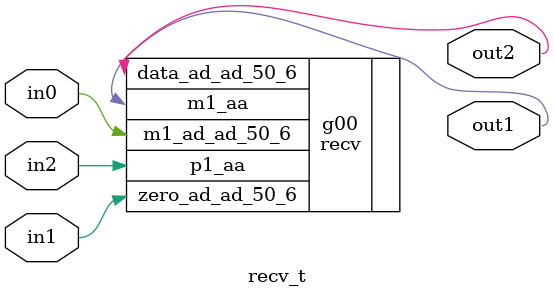
<source format=v>
module recv_t (
    in0, in1, in2, out1, out2
);

    input in0, in1, in2;
    output out1, out2;

    recv g00 (.m1_ad_ad_50_6(in0), .zero_ad_ad_50_6(in1), .p1_aa(in2), .m1_aa(out1), .data_ad_ad_50_6(out2));

endmodule

</source>
